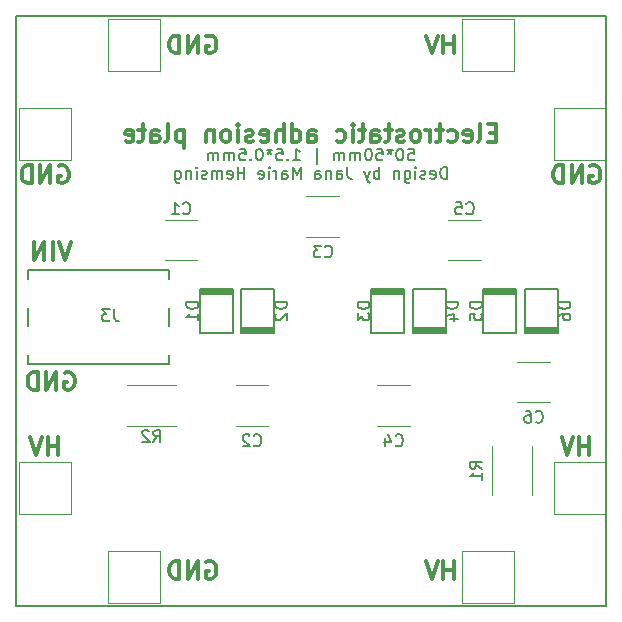
<source format=gbo>
G04 #@! TF.GenerationSoftware,KiCad,Pcbnew,6.0.0-d3dd2cf0fa~116~ubuntu20.04.1*
G04 #@! TF.CreationDate,2022-01-09T22:46:25+01:00*
G04 #@! TF.ProjectId,Statikplatte,53746174-696b-4706-9c61-7474652e6b69,rev?*
G04 #@! TF.SameCoordinates,Original*
G04 #@! TF.FileFunction,Legend,Bot*
G04 #@! TF.FilePolarity,Positive*
%FSLAX46Y46*%
G04 Gerber Fmt 4.6, Leading zero omitted, Abs format (unit mm)*
G04 Created by KiCad (PCBNEW 6.0.0-d3dd2cf0fa~116~ubuntu20.04.1) date 2022-01-09 22:46:25*
%MOMM*%
%LPD*%
G01*
G04 APERTURE LIST*
%ADD10C,0.150000*%
%ADD11C,0.300000*%
G04 #@! TA.AperFunction,Profile*
%ADD12C,0.150000*%
G04 #@! TD*
%ADD13C,0.120000*%
G04 APERTURE END LIST*
D10*
X158238095Y-86252380D02*
X158714285Y-86252380D01*
X158761904Y-86728571D01*
X158714285Y-86680952D01*
X158619047Y-86633333D01*
X158380952Y-86633333D01*
X158285714Y-86680952D01*
X158238095Y-86728571D01*
X158190476Y-86823809D01*
X158190476Y-87061904D01*
X158238095Y-87157142D01*
X158285714Y-87204761D01*
X158380952Y-87252380D01*
X158619047Y-87252380D01*
X158714285Y-87204761D01*
X158761904Y-87157142D01*
X157571428Y-86252380D02*
X157476190Y-86252380D01*
X157380952Y-86300000D01*
X157333333Y-86347619D01*
X157285714Y-86442857D01*
X157238095Y-86633333D01*
X157238095Y-86871428D01*
X157285714Y-87061904D01*
X157333333Y-87157142D01*
X157380952Y-87204761D01*
X157476190Y-87252380D01*
X157571428Y-87252380D01*
X157666666Y-87204761D01*
X157714285Y-87157142D01*
X157761904Y-87061904D01*
X157809523Y-86871428D01*
X157809523Y-86633333D01*
X157761904Y-86442857D01*
X157714285Y-86347619D01*
X157666666Y-86300000D01*
X157571428Y-86252380D01*
X156666666Y-86252380D02*
X156666666Y-86490476D01*
X156904761Y-86395238D02*
X156666666Y-86490476D01*
X156428571Y-86395238D01*
X156809523Y-86680952D02*
X156666666Y-86490476D01*
X156523809Y-86680952D01*
X155571428Y-86252380D02*
X156047619Y-86252380D01*
X156095238Y-86728571D01*
X156047619Y-86680952D01*
X155952380Y-86633333D01*
X155714285Y-86633333D01*
X155619047Y-86680952D01*
X155571428Y-86728571D01*
X155523809Y-86823809D01*
X155523809Y-87061904D01*
X155571428Y-87157142D01*
X155619047Y-87204761D01*
X155714285Y-87252380D01*
X155952380Y-87252380D01*
X156047619Y-87204761D01*
X156095238Y-87157142D01*
X154904761Y-86252380D02*
X154809523Y-86252380D01*
X154714285Y-86300000D01*
X154666666Y-86347619D01*
X154619047Y-86442857D01*
X154571428Y-86633333D01*
X154571428Y-86871428D01*
X154619047Y-87061904D01*
X154666666Y-87157142D01*
X154714285Y-87204761D01*
X154809523Y-87252380D01*
X154904761Y-87252380D01*
X155000000Y-87204761D01*
X155047619Y-87157142D01*
X155095238Y-87061904D01*
X155142857Y-86871428D01*
X155142857Y-86633333D01*
X155095238Y-86442857D01*
X155047619Y-86347619D01*
X155000000Y-86300000D01*
X154904761Y-86252380D01*
X154142857Y-87252380D02*
X154142857Y-86585714D01*
X154142857Y-86680952D02*
X154095238Y-86633333D01*
X154000000Y-86585714D01*
X153857142Y-86585714D01*
X153761904Y-86633333D01*
X153714285Y-86728571D01*
X153714285Y-87252380D01*
X153714285Y-86728571D02*
X153666666Y-86633333D01*
X153571428Y-86585714D01*
X153428571Y-86585714D01*
X153333333Y-86633333D01*
X153285714Y-86728571D01*
X153285714Y-87252380D01*
X152809523Y-87252380D02*
X152809523Y-86585714D01*
X152809523Y-86680952D02*
X152761904Y-86633333D01*
X152666666Y-86585714D01*
X152523809Y-86585714D01*
X152428571Y-86633333D01*
X152380952Y-86728571D01*
X152380952Y-87252380D01*
X152380952Y-86728571D02*
X152333333Y-86633333D01*
X152238095Y-86585714D01*
X152095238Y-86585714D01*
X152000000Y-86633333D01*
X151952380Y-86728571D01*
X151952380Y-87252380D01*
X150476190Y-87585714D02*
X150476190Y-86157142D01*
X148476190Y-87252380D02*
X149047619Y-87252380D01*
X148761904Y-87252380D02*
X148761904Y-86252380D01*
X148857142Y-86395238D01*
X148952380Y-86490476D01*
X149047619Y-86538095D01*
X148047619Y-87157142D02*
X148000000Y-87204761D01*
X148047619Y-87252380D01*
X148095238Y-87204761D01*
X148047619Y-87157142D01*
X148047619Y-87252380D01*
X147095238Y-86252380D02*
X147571428Y-86252380D01*
X147619047Y-86728571D01*
X147571428Y-86680952D01*
X147476190Y-86633333D01*
X147238095Y-86633333D01*
X147142857Y-86680952D01*
X147095238Y-86728571D01*
X147047619Y-86823809D01*
X147047619Y-87061904D01*
X147095238Y-87157142D01*
X147142857Y-87204761D01*
X147238095Y-87252380D01*
X147476190Y-87252380D01*
X147571428Y-87204761D01*
X147619047Y-87157142D01*
X146476190Y-86252380D02*
X146476190Y-86490476D01*
X146714285Y-86395238D02*
X146476190Y-86490476D01*
X146238095Y-86395238D01*
X146619047Y-86680952D02*
X146476190Y-86490476D01*
X146333333Y-86680952D01*
X145666666Y-86252380D02*
X145571428Y-86252380D01*
X145476190Y-86300000D01*
X145428571Y-86347619D01*
X145380952Y-86442857D01*
X145333333Y-86633333D01*
X145333333Y-86871428D01*
X145380952Y-87061904D01*
X145428571Y-87157142D01*
X145476190Y-87204761D01*
X145571428Y-87252380D01*
X145666666Y-87252380D01*
X145761904Y-87204761D01*
X145809523Y-87157142D01*
X145857142Y-87061904D01*
X145904761Y-86871428D01*
X145904761Y-86633333D01*
X145857142Y-86442857D01*
X145809523Y-86347619D01*
X145761904Y-86300000D01*
X145666666Y-86252380D01*
X144904761Y-87157142D02*
X144857142Y-87204761D01*
X144904761Y-87252380D01*
X144952380Y-87204761D01*
X144904761Y-87157142D01*
X144904761Y-87252380D01*
X143952380Y-86252380D02*
X144428571Y-86252380D01*
X144476190Y-86728571D01*
X144428571Y-86680952D01*
X144333333Y-86633333D01*
X144095238Y-86633333D01*
X144000000Y-86680952D01*
X143952380Y-86728571D01*
X143904761Y-86823809D01*
X143904761Y-87061904D01*
X143952380Y-87157142D01*
X144000000Y-87204761D01*
X144095238Y-87252380D01*
X144333333Y-87252380D01*
X144428571Y-87204761D01*
X144476190Y-87157142D01*
X143476190Y-87252380D02*
X143476190Y-86585714D01*
X143476190Y-86680952D02*
X143428571Y-86633333D01*
X143333333Y-86585714D01*
X143190476Y-86585714D01*
X143095238Y-86633333D01*
X143047619Y-86728571D01*
X143047619Y-87252380D01*
X143047619Y-86728571D02*
X143000000Y-86633333D01*
X142904761Y-86585714D01*
X142761904Y-86585714D01*
X142666666Y-86633333D01*
X142619047Y-86728571D01*
X142619047Y-87252380D01*
X142142857Y-87252380D02*
X142142857Y-86585714D01*
X142142857Y-86680952D02*
X142095238Y-86633333D01*
X142000000Y-86585714D01*
X141857142Y-86585714D01*
X141761904Y-86633333D01*
X141714285Y-86728571D01*
X141714285Y-87252380D01*
X141714285Y-86728571D02*
X141666666Y-86633333D01*
X141571428Y-86585714D01*
X141428571Y-86585714D01*
X141333333Y-86633333D01*
X141285714Y-86728571D01*
X141285714Y-87252380D01*
X161500000Y-88802380D02*
X161500000Y-87802380D01*
X161261904Y-87802380D01*
X161119047Y-87850000D01*
X161023809Y-87945238D01*
X160976190Y-88040476D01*
X160928571Y-88230952D01*
X160928571Y-88373809D01*
X160976190Y-88564285D01*
X161023809Y-88659523D01*
X161119047Y-88754761D01*
X161261904Y-88802380D01*
X161500000Y-88802380D01*
X160119047Y-88754761D02*
X160214285Y-88802380D01*
X160404761Y-88802380D01*
X160500000Y-88754761D01*
X160547619Y-88659523D01*
X160547619Y-88278571D01*
X160500000Y-88183333D01*
X160404761Y-88135714D01*
X160214285Y-88135714D01*
X160119047Y-88183333D01*
X160071428Y-88278571D01*
X160071428Y-88373809D01*
X160547619Y-88469047D01*
X159690476Y-88754761D02*
X159595238Y-88802380D01*
X159404761Y-88802380D01*
X159309523Y-88754761D01*
X159261904Y-88659523D01*
X159261904Y-88611904D01*
X159309523Y-88516666D01*
X159404761Y-88469047D01*
X159547619Y-88469047D01*
X159642857Y-88421428D01*
X159690476Y-88326190D01*
X159690476Y-88278571D01*
X159642857Y-88183333D01*
X159547619Y-88135714D01*
X159404761Y-88135714D01*
X159309523Y-88183333D01*
X158833333Y-88802380D02*
X158833333Y-88135714D01*
X158833333Y-87802380D02*
X158880952Y-87850000D01*
X158833333Y-87897619D01*
X158785714Y-87850000D01*
X158833333Y-87802380D01*
X158833333Y-87897619D01*
X157928571Y-88135714D02*
X157928571Y-88945238D01*
X157976190Y-89040476D01*
X158023809Y-89088095D01*
X158119047Y-89135714D01*
X158261904Y-89135714D01*
X158357142Y-89088095D01*
X157928571Y-88754761D02*
X158023809Y-88802380D01*
X158214285Y-88802380D01*
X158309523Y-88754761D01*
X158357142Y-88707142D01*
X158404761Y-88611904D01*
X158404761Y-88326190D01*
X158357142Y-88230952D01*
X158309523Y-88183333D01*
X158214285Y-88135714D01*
X158023809Y-88135714D01*
X157928571Y-88183333D01*
X157452380Y-88135714D02*
X157452380Y-88802380D01*
X157452380Y-88230952D02*
X157404761Y-88183333D01*
X157309523Y-88135714D01*
X157166666Y-88135714D01*
X157071428Y-88183333D01*
X157023809Y-88278571D01*
X157023809Y-88802380D01*
X155785714Y-88802380D02*
X155785714Y-87802380D01*
X155785714Y-88183333D02*
X155690476Y-88135714D01*
X155500000Y-88135714D01*
X155404761Y-88183333D01*
X155357142Y-88230952D01*
X155309523Y-88326190D01*
X155309523Y-88611904D01*
X155357142Y-88707142D01*
X155404761Y-88754761D01*
X155500000Y-88802380D01*
X155690476Y-88802380D01*
X155785714Y-88754761D01*
X154976190Y-88135714D02*
X154738095Y-88802380D01*
X154500000Y-88135714D02*
X154738095Y-88802380D01*
X154833333Y-89040476D01*
X154880952Y-89088095D01*
X154976190Y-89135714D01*
X153071428Y-87802380D02*
X153071428Y-88516666D01*
X153119047Y-88659523D01*
X153214285Y-88754761D01*
X153357142Y-88802380D01*
X153452380Y-88802380D01*
X152166666Y-88802380D02*
X152166666Y-88278571D01*
X152214285Y-88183333D01*
X152309523Y-88135714D01*
X152500000Y-88135714D01*
X152595238Y-88183333D01*
X152166666Y-88754761D02*
X152261904Y-88802380D01*
X152500000Y-88802380D01*
X152595238Y-88754761D01*
X152642857Y-88659523D01*
X152642857Y-88564285D01*
X152595238Y-88469047D01*
X152500000Y-88421428D01*
X152261904Y-88421428D01*
X152166666Y-88373809D01*
X151690476Y-88135714D02*
X151690476Y-88802380D01*
X151690476Y-88230952D02*
X151642857Y-88183333D01*
X151547619Y-88135714D01*
X151404761Y-88135714D01*
X151309523Y-88183333D01*
X151261904Y-88278571D01*
X151261904Y-88802380D01*
X150357142Y-88802380D02*
X150357142Y-88278571D01*
X150404761Y-88183333D01*
X150500000Y-88135714D01*
X150690476Y-88135714D01*
X150785714Y-88183333D01*
X150357142Y-88754761D02*
X150452380Y-88802380D01*
X150690476Y-88802380D01*
X150785714Y-88754761D01*
X150833333Y-88659523D01*
X150833333Y-88564285D01*
X150785714Y-88469047D01*
X150690476Y-88421428D01*
X150452380Y-88421428D01*
X150357142Y-88373809D01*
X149119047Y-88802380D02*
X149119047Y-87802380D01*
X148785714Y-88516666D01*
X148452380Y-87802380D01*
X148452380Y-88802380D01*
X147547619Y-88802380D02*
X147547619Y-88278571D01*
X147595238Y-88183333D01*
X147690476Y-88135714D01*
X147880952Y-88135714D01*
X147976190Y-88183333D01*
X147547619Y-88754761D02*
X147642857Y-88802380D01*
X147880952Y-88802380D01*
X147976190Y-88754761D01*
X148023809Y-88659523D01*
X148023809Y-88564285D01*
X147976190Y-88469047D01*
X147880952Y-88421428D01*
X147642857Y-88421428D01*
X147547619Y-88373809D01*
X147071428Y-88802380D02*
X147071428Y-88135714D01*
X147071428Y-88326190D02*
X147023809Y-88230952D01*
X146976190Y-88183333D01*
X146880952Y-88135714D01*
X146785714Y-88135714D01*
X146452380Y-88802380D02*
X146452380Y-88135714D01*
X146452380Y-87802380D02*
X146500000Y-87850000D01*
X146452380Y-87897619D01*
X146404761Y-87850000D01*
X146452380Y-87802380D01*
X146452380Y-87897619D01*
X145595238Y-88754761D02*
X145690476Y-88802380D01*
X145880952Y-88802380D01*
X145976190Y-88754761D01*
X146023809Y-88659523D01*
X146023809Y-88278571D01*
X145976190Y-88183333D01*
X145880952Y-88135714D01*
X145690476Y-88135714D01*
X145595238Y-88183333D01*
X145547619Y-88278571D01*
X145547619Y-88373809D01*
X146023809Y-88469047D01*
X144357142Y-88802380D02*
X144357142Y-87802380D01*
X144357142Y-88278571D02*
X143785714Y-88278571D01*
X143785714Y-88802380D02*
X143785714Y-87802380D01*
X142928571Y-88754761D02*
X143023809Y-88802380D01*
X143214285Y-88802380D01*
X143309523Y-88754761D01*
X143357142Y-88659523D01*
X143357142Y-88278571D01*
X143309523Y-88183333D01*
X143214285Y-88135714D01*
X143023809Y-88135714D01*
X142928571Y-88183333D01*
X142880952Y-88278571D01*
X142880952Y-88373809D01*
X143357142Y-88469047D01*
X142452380Y-88802380D02*
X142452380Y-88135714D01*
X142452380Y-88230952D02*
X142404761Y-88183333D01*
X142309523Y-88135714D01*
X142166666Y-88135714D01*
X142071428Y-88183333D01*
X142023809Y-88278571D01*
X142023809Y-88802380D01*
X142023809Y-88278571D02*
X141976190Y-88183333D01*
X141880952Y-88135714D01*
X141738095Y-88135714D01*
X141642857Y-88183333D01*
X141595238Y-88278571D01*
X141595238Y-88802380D01*
X141166666Y-88754761D02*
X141071428Y-88802380D01*
X140880952Y-88802380D01*
X140785714Y-88754761D01*
X140738095Y-88659523D01*
X140738095Y-88611904D01*
X140785714Y-88516666D01*
X140880952Y-88469047D01*
X141023809Y-88469047D01*
X141119047Y-88421428D01*
X141166666Y-88326190D01*
X141166666Y-88278571D01*
X141119047Y-88183333D01*
X141023809Y-88135714D01*
X140880952Y-88135714D01*
X140785714Y-88183333D01*
X140309523Y-88802380D02*
X140309523Y-88135714D01*
X140309523Y-87802380D02*
X140357142Y-87850000D01*
X140309523Y-87897619D01*
X140261904Y-87850000D01*
X140309523Y-87802380D01*
X140309523Y-87897619D01*
X139833333Y-88135714D02*
X139833333Y-88802380D01*
X139833333Y-88230952D02*
X139785714Y-88183333D01*
X139690476Y-88135714D01*
X139547619Y-88135714D01*
X139452380Y-88183333D01*
X139404761Y-88278571D01*
X139404761Y-88802380D01*
X138500000Y-88135714D02*
X138500000Y-88945238D01*
X138547619Y-89040476D01*
X138595238Y-89088095D01*
X138690476Y-89135714D01*
X138833333Y-89135714D01*
X138928571Y-89088095D01*
X138500000Y-88754761D02*
X138595238Y-88802380D01*
X138785714Y-88802380D01*
X138880952Y-88754761D01*
X138928571Y-88707142D01*
X138976190Y-88611904D01*
X138976190Y-88326190D01*
X138928571Y-88230952D01*
X138880952Y-88183333D01*
X138785714Y-88135714D01*
X138595238Y-88135714D01*
X138500000Y-88183333D01*
D11*
X173642857Y-87750000D02*
X173785714Y-87678571D01*
X174000000Y-87678571D01*
X174214285Y-87750000D01*
X174357142Y-87892857D01*
X174428571Y-88035714D01*
X174500000Y-88321428D01*
X174500000Y-88535714D01*
X174428571Y-88821428D01*
X174357142Y-88964285D01*
X174214285Y-89107142D01*
X174000000Y-89178571D01*
X173857142Y-89178571D01*
X173642857Y-89107142D01*
X173571428Y-89035714D01*
X173571428Y-88535714D01*
X173857142Y-88535714D01*
X172928571Y-89178571D02*
X172928571Y-87678571D01*
X172071428Y-89178571D01*
X172071428Y-87678571D01*
X171357142Y-89178571D02*
X171357142Y-87678571D01*
X171000000Y-87678571D01*
X170785714Y-87750000D01*
X170642857Y-87892857D01*
X170571428Y-88035714D01*
X170500000Y-88321428D01*
X170500000Y-88535714D01*
X170571428Y-88821428D01*
X170642857Y-88964285D01*
X170785714Y-89107142D01*
X171000000Y-89178571D01*
X171357142Y-89178571D01*
X128642857Y-87750000D02*
X128785714Y-87678571D01*
X129000000Y-87678571D01*
X129214285Y-87750000D01*
X129357142Y-87892857D01*
X129428571Y-88035714D01*
X129500000Y-88321428D01*
X129500000Y-88535714D01*
X129428571Y-88821428D01*
X129357142Y-88964285D01*
X129214285Y-89107142D01*
X129000000Y-89178571D01*
X128857142Y-89178571D01*
X128642857Y-89107142D01*
X128571428Y-89035714D01*
X128571428Y-88535714D01*
X128857142Y-88535714D01*
X127928571Y-89178571D02*
X127928571Y-87678571D01*
X127071428Y-89178571D01*
X127071428Y-87678571D01*
X126357142Y-89178571D02*
X126357142Y-87678571D01*
X126000000Y-87678571D01*
X125785714Y-87750000D01*
X125642857Y-87892857D01*
X125571428Y-88035714D01*
X125500000Y-88321428D01*
X125500000Y-88535714D01*
X125571428Y-88821428D01*
X125642857Y-88964285D01*
X125785714Y-89107142D01*
X126000000Y-89178571D01*
X126357142Y-89178571D01*
X141142857Y-121250000D02*
X141285714Y-121178571D01*
X141500000Y-121178571D01*
X141714285Y-121250000D01*
X141857142Y-121392857D01*
X141928571Y-121535714D01*
X142000000Y-121821428D01*
X142000000Y-122035714D01*
X141928571Y-122321428D01*
X141857142Y-122464285D01*
X141714285Y-122607142D01*
X141500000Y-122678571D01*
X141357142Y-122678571D01*
X141142857Y-122607142D01*
X141071428Y-122535714D01*
X141071428Y-122035714D01*
X141357142Y-122035714D01*
X140428571Y-122678571D02*
X140428571Y-121178571D01*
X139571428Y-122678571D01*
X139571428Y-121178571D01*
X138857142Y-122678571D02*
X138857142Y-121178571D01*
X138500000Y-121178571D01*
X138285714Y-121250000D01*
X138142857Y-121392857D01*
X138071428Y-121535714D01*
X138000000Y-121821428D01*
X138000000Y-122035714D01*
X138071428Y-122321428D01*
X138142857Y-122464285D01*
X138285714Y-122607142D01*
X138500000Y-122678571D01*
X138857142Y-122678571D01*
X141142857Y-76750000D02*
X141285714Y-76678571D01*
X141500000Y-76678571D01*
X141714285Y-76750000D01*
X141857142Y-76892857D01*
X141928571Y-77035714D01*
X142000000Y-77321428D01*
X142000000Y-77535714D01*
X141928571Y-77821428D01*
X141857142Y-77964285D01*
X141714285Y-78107142D01*
X141500000Y-78178571D01*
X141357142Y-78178571D01*
X141142857Y-78107142D01*
X141071428Y-78035714D01*
X141071428Y-77535714D01*
X141357142Y-77535714D01*
X140428571Y-78178571D02*
X140428571Y-76678571D01*
X139571428Y-78178571D01*
X139571428Y-76678571D01*
X138857142Y-78178571D02*
X138857142Y-76678571D01*
X138500000Y-76678571D01*
X138285714Y-76750000D01*
X138142857Y-76892857D01*
X138071428Y-77035714D01*
X138000000Y-77321428D01*
X138000000Y-77535714D01*
X138071428Y-77821428D01*
X138142857Y-77964285D01*
X138285714Y-78107142D01*
X138500000Y-78178571D01*
X138857142Y-78178571D01*
X162071428Y-78178571D02*
X162071428Y-76678571D01*
X162071428Y-77392857D02*
X161214285Y-77392857D01*
X161214285Y-78178571D02*
X161214285Y-76678571D01*
X160714285Y-76678571D02*
X160214285Y-78178571D01*
X159714285Y-76678571D01*
X162071428Y-122678571D02*
X162071428Y-121178571D01*
X162071428Y-121892857D02*
X161214285Y-121892857D01*
X161214285Y-122678571D02*
X161214285Y-121178571D01*
X160714285Y-121178571D02*
X160214285Y-122678571D01*
X159714285Y-121178571D01*
X173571428Y-112178571D02*
X173571428Y-110678571D01*
X173571428Y-111392857D02*
X172714285Y-111392857D01*
X172714285Y-112178571D02*
X172714285Y-110678571D01*
X172214285Y-110678571D02*
X171714285Y-112178571D01*
X171214285Y-110678571D01*
X128571428Y-112178571D02*
X128571428Y-110678571D01*
X128571428Y-111392857D02*
X127714285Y-111392857D01*
X127714285Y-112178571D02*
X127714285Y-110678571D01*
X127214285Y-110678571D02*
X126714285Y-112178571D01*
X126214285Y-110678571D01*
X165678571Y-84892857D02*
X165178571Y-84892857D01*
X164964285Y-85678571D02*
X165678571Y-85678571D01*
X165678571Y-84178571D01*
X164964285Y-84178571D01*
X164107142Y-85678571D02*
X164250000Y-85607142D01*
X164321428Y-85464285D01*
X164321428Y-84178571D01*
X162964285Y-85607142D02*
X163107142Y-85678571D01*
X163392857Y-85678571D01*
X163535714Y-85607142D01*
X163607142Y-85464285D01*
X163607142Y-84892857D01*
X163535714Y-84750000D01*
X163392857Y-84678571D01*
X163107142Y-84678571D01*
X162964285Y-84750000D01*
X162892857Y-84892857D01*
X162892857Y-85035714D01*
X163607142Y-85178571D01*
X161607142Y-85607142D02*
X161750000Y-85678571D01*
X162035714Y-85678571D01*
X162178571Y-85607142D01*
X162250000Y-85535714D01*
X162321428Y-85392857D01*
X162321428Y-84964285D01*
X162250000Y-84821428D01*
X162178571Y-84750000D01*
X162035714Y-84678571D01*
X161750000Y-84678571D01*
X161607142Y-84750000D01*
X161178571Y-84678571D02*
X160607142Y-84678571D01*
X160964285Y-84178571D02*
X160964285Y-85464285D01*
X160892857Y-85607142D01*
X160750000Y-85678571D01*
X160607142Y-85678571D01*
X160107142Y-85678571D02*
X160107142Y-84678571D01*
X160107142Y-84964285D02*
X160035714Y-84821428D01*
X159964285Y-84750000D01*
X159821428Y-84678571D01*
X159678571Y-84678571D01*
X158964285Y-85678571D02*
X159107142Y-85607142D01*
X159178571Y-85535714D01*
X159250000Y-85392857D01*
X159250000Y-84964285D01*
X159178571Y-84821428D01*
X159107142Y-84750000D01*
X158964285Y-84678571D01*
X158750000Y-84678571D01*
X158607142Y-84750000D01*
X158535714Y-84821428D01*
X158464285Y-84964285D01*
X158464285Y-85392857D01*
X158535714Y-85535714D01*
X158607142Y-85607142D01*
X158750000Y-85678571D01*
X158964285Y-85678571D01*
X157892857Y-85607142D02*
X157750000Y-85678571D01*
X157464285Y-85678571D01*
X157321428Y-85607142D01*
X157250000Y-85464285D01*
X157250000Y-85392857D01*
X157321428Y-85250000D01*
X157464285Y-85178571D01*
X157678571Y-85178571D01*
X157821428Y-85107142D01*
X157892857Y-84964285D01*
X157892857Y-84892857D01*
X157821428Y-84750000D01*
X157678571Y-84678571D01*
X157464285Y-84678571D01*
X157321428Y-84750000D01*
X156821428Y-84678571D02*
X156250000Y-84678571D01*
X156607142Y-84178571D02*
X156607142Y-85464285D01*
X156535714Y-85607142D01*
X156392857Y-85678571D01*
X156250000Y-85678571D01*
X155107142Y-85678571D02*
X155107142Y-84892857D01*
X155178571Y-84750000D01*
X155321428Y-84678571D01*
X155607142Y-84678571D01*
X155750000Y-84750000D01*
X155107142Y-85607142D02*
X155250000Y-85678571D01*
X155607142Y-85678571D01*
X155750000Y-85607142D01*
X155821428Y-85464285D01*
X155821428Y-85321428D01*
X155750000Y-85178571D01*
X155607142Y-85107142D01*
X155250000Y-85107142D01*
X155107142Y-85035714D01*
X154607142Y-84678571D02*
X154035714Y-84678571D01*
X154392857Y-84178571D02*
X154392857Y-85464285D01*
X154321428Y-85607142D01*
X154178571Y-85678571D01*
X154035714Y-85678571D01*
X153535714Y-85678571D02*
X153535714Y-84678571D01*
X153535714Y-84178571D02*
X153607142Y-84250000D01*
X153535714Y-84321428D01*
X153464285Y-84250000D01*
X153535714Y-84178571D01*
X153535714Y-84321428D01*
X152178571Y-85607142D02*
X152321428Y-85678571D01*
X152607142Y-85678571D01*
X152750000Y-85607142D01*
X152821428Y-85535714D01*
X152892857Y-85392857D01*
X152892857Y-84964285D01*
X152821428Y-84821428D01*
X152750000Y-84750000D01*
X152607142Y-84678571D01*
X152321428Y-84678571D01*
X152178571Y-84750000D01*
X149750000Y-85678571D02*
X149750000Y-84892857D01*
X149821428Y-84750000D01*
X149964285Y-84678571D01*
X150250000Y-84678571D01*
X150392857Y-84750000D01*
X149750000Y-85607142D02*
X149892857Y-85678571D01*
X150250000Y-85678571D01*
X150392857Y-85607142D01*
X150464285Y-85464285D01*
X150464285Y-85321428D01*
X150392857Y-85178571D01*
X150250000Y-85107142D01*
X149892857Y-85107142D01*
X149750000Y-85035714D01*
X148392857Y-85678571D02*
X148392857Y-84178571D01*
X148392857Y-85607142D02*
X148535714Y-85678571D01*
X148821428Y-85678571D01*
X148964285Y-85607142D01*
X149035714Y-85535714D01*
X149107142Y-85392857D01*
X149107142Y-84964285D01*
X149035714Y-84821428D01*
X148964285Y-84750000D01*
X148821428Y-84678571D01*
X148535714Y-84678571D01*
X148392857Y-84750000D01*
X147678571Y-85678571D02*
X147678571Y-84178571D01*
X147035714Y-85678571D02*
X147035714Y-84892857D01*
X147107142Y-84750000D01*
X147250000Y-84678571D01*
X147464285Y-84678571D01*
X147607142Y-84750000D01*
X147678571Y-84821428D01*
X145750000Y-85607142D02*
X145892857Y-85678571D01*
X146178571Y-85678571D01*
X146321428Y-85607142D01*
X146392857Y-85464285D01*
X146392857Y-84892857D01*
X146321428Y-84750000D01*
X146178571Y-84678571D01*
X145892857Y-84678571D01*
X145750000Y-84750000D01*
X145678571Y-84892857D01*
X145678571Y-85035714D01*
X146392857Y-85178571D01*
X145107142Y-85607142D02*
X144964285Y-85678571D01*
X144678571Y-85678571D01*
X144535714Y-85607142D01*
X144464285Y-85464285D01*
X144464285Y-85392857D01*
X144535714Y-85250000D01*
X144678571Y-85178571D01*
X144892857Y-85178571D01*
X145035714Y-85107142D01*
X145107142Y-84964285D01*
X145107142Y-84892857D01*
X145035714Y-84750000D01*
X144892857Y-84678571D01*
X144678571Y-84678571D01*
X144535714Y-84750000D01*
X143821428Y-85678571D02*
X143821428Y-84678571D01*
X143821428Y-84178571D02*
X143892857Y-84250000D01*
X143821428Y-84321428D01*
X143750000Y-84250000D01*
X143821428Y-84178571D01*
X143821428Y-84321428D01*
X142892857Y-85678571D02*
X143035714Y-85607142D01*
X143107142Y-85535714D01*
X143178571Y-85392857D01*
X143178571Y-84964285D01*
X143107142Y-84821428D01*
X143035714Y-84750000D01*
X142892857Y-84678571D01*
X142678571Y-84678571D01*
X142535714Y-84750000D01*
X142464285Y-84821428D01*
X142392857Y-84964285D01*
X142392857Y-85392857D01*
X142464285Y-85535714D01*
X142535714Y-85607142D01*
X142678571Y-85678571D01*
X142892857Y-85678571D01*
X141750000Y-84678571D02*
X141750000Y-85678571D01*
X141750000Y-84821428D02*
X141678571Y-84750000D01*
X141535714Y-84678571D01*
X141321428Y-84678571D01*
X141178571Y-84750000D01*
X141107142Y-84892857D01*
X141107142Y-85678571D01*
X139250000Y-84678571D02*
X139250000Y-86178571D01*
X139250000Y-84750000D02*
X139107142Y-84678571D01*
X138821428Y-84678571D01*
X138678571Y-84750000D01*
X138607142Y-84821428D01*
X138535714Y-84964285D01*
X138535714Y-85392857D01*
X138607142Y-85535714D01*
X138678571Y-85607142D01*
X138821428Y-85678571D01*
X139107142Y-85678571D01*
X139250000Y-85607142D01*
X137678571Y-85678571D02*
X137821428Y-85607142D01*
X137892857Y-85464285D01*
X137892857Y-84178571D01*
X136464285Y-85678571D02*
X136464285Y-84892857D01*
X136535714Y-84750000D01*
X136678571Y-84678571D01*
X136964285Y-84678571D01*
X137107142Y-84750000D01*
X136464285Y-85607142D02*
X136607142Y-85678571D01*
X136964285Y-85678571D01*
X137107142Y-85607142D01*
X137178571Y-85464285D01*
X137178571Y-85321428D01*
X137107142Y-85178571D01*
X136964285Y-85107142D01*
X136607142Y-85107142D01*
X136464285Y-85035714D01*
X135964285Y-84678571D02*
X135392857Y-84678571D01*
X135750000Y-84178571D02*
X135750000Y-85464285D01*
X135678571Y-85607142D01*
X135535714Y-85678571D01*
X135392857Y-85678571D01*
X134321428Y-85607142D02*
X134464285Y-85678571D01*
X134750000Y-85678571D01*
X134892857Y-85607142D01*
X134964285Y-85464285D01*
X134964285Y-84892857D01*
X134892857Y-84750000D01*
X134750000Y-84678571D01*
X134464285Y-84678571D01*
X134321428Y-84750000D01*
X134250000Y-84892857D01*
X134250000Y-85035714D01*
X134964285Y-85178571D01*
X129642857Y-94178571D02*
X129142857Y-95678571D01*
X128642857Y-94178571D01*
X128142857Y-95678571D02*
X128142857Y-94178571D01*
X127428571Y-95678571D02*
X127428571Y-94178571D01*
X126571428Y-95678571D01*
X126571428Y-94178571D01*
X129142857Y-105250000D02*
X129285714Y-105178571D01*
X129500000Y-105178571D01*
X129714285Y-105250000D01*
X129857142Y-105392857D01*
X129928571Y-105535714D01*
X130000000Y-105821428D01*
X130000000Y-106035714D01*
X129928571Y-106321428D01*
X129857142Y-106464285D01*
X129714285Y-106607142D01*
X129500000Y-106678571D01*
X129357142Y-106678571D01*
X129142857Y-106607142D01*
X129071428Y-106535714D01*
X129071428Y-106035714D01*
X129357142Y-106035714D01*
X128428571Y-106678571D02*
X128428571Y-105178571D01*
X127571428Y-106678571D01*
X127571428Y-105178571D01*
X126857142Y-106678571D02*
X126857142Y-105178571D01*
X126500000Y-105178571D01*
X126285714Y-105250000D01*
X126142857Y-105392857D01*
X126071428Y-105535714D01*
X126000000Y-105821428D01*
X126000000Y-106035714D01*
X126071428Y-106321428D01*
X126142857Y-106464285D01*
X126285714Y-106607142D01*
X126500000Y-106678571D01*
X126857142Y-106678571D01*
D12*
X125000000Y-75000000D02*
X175000000Y-75000000D01*
X175000000Y-75000000D02*
X175000000Y-125000000D01*
X125000000Y-125000000D02*
X175000000Y-125000000D01*
X125000000Y-75000000D02*
X125000000Y-125000000D01*
D10*
X164452380Y-113333333D02*
X163976190Y-113000000D01*
X164452380Y-112761904D02*
X163452380Y-112761904D01*
X163452380Y-113142857D01*
X163500000Y-113238095D01*
X163547619Y-113285714D01*
X163642857Y-113333333D01*
X163785714Y-113333333D01*
X163880952Y-113285714D01*
X163928571Y-113238095D01*
X163976190Y-113142857D01*
X163976190Y-112761904D01*
X164452380Y-114285714D02*
X164452380Y-113714285D01*
X164452380Y-114000000D02*
X163452380Y-114000000D01*
X163595238Y-113904761D01*
X163690476Y-113809523D01*
X163738095Y-113714285D01*
X136666666Y-111072380D02*
X137000000Y-110596190D01*
X137238095Y-111072380D02*
X137238095Y-110072380D01*
X136857142Y-110072380D01*
X136761904Y-110120000D01*
X136714285Y-110167619D01*
X136666666Y-110262857D01*
X136666666Y-110405714D01*
X136714285Y-110500952D01*
X136761904Y-110548571D01*
X136857142Y-110596190D01*
X137238095Y-110596190D01*
X136285714Y-110167619D02*
X136238095Y-110120000D01*
X136142857Y-110072380D01*
X135904761Y-110072380D01*
X135809523Y-110120000D01*
X135761904Y-110167619D01*
X135714285Y-110262857D01*
X135714285Y-110358095D01*
X135761904Y-110500952D01*
X136333333Y-111072380D01*
X135714285Y-111072380D01*
X133333333Y-99852380D02*
X133333333Y-100566666D01*
X133380952Y-100709523D01*
X133476190Y-100804761D01*
X133619047Y-100852380D01*
X133714285Y-100852380D01*
X132952380Y-99852380D02*
X132333333Y-99852380D01*
X132666666Y-100233333D01*
X132523809Y-100233333D01*
X132428571Y-100280952D01*
X132380952Y-100328571D01*
X132333333Y-100423809D01*
X132333333Y-100661904D01*
X132380952Y-100757142D01*
X132428571Y-100804761D01*
X132523809Y-100852380D01*
X132809523Y-100852380D01*
X132904761Y-100804761D01*
X132952380Y-100757142D01*
X145166666Y-111357142D02*
X145214285Y-111404761D01*
X145357142Y-111452380D01*
X145452380Y-111452380D01*
X145595238Y-111404761D01*
X145690476Y-111309523D01*
X145738095Y-111214285D01*
X145785714Y-111023809D01*
X145785714Y-110880952D01*
X145738095Y-110690476D01*
X145690476Y-110595238D01*
X145595238Y-110500000D01*
X145452380Y-110452380D01*
X145357142Y-110452380D01*
X145214285Y-110500000D01*
X145166666Y-110547619D01*
X144785714Y-110547619D02*
X144738095Y-110500000D01*
X144642857Y-110452380D01*
X144404761Y-110452380D01*
X144309523Y-110500000D01*
X144261904Y-110547619D01*
X144214285Y-110642857D01*
X144214285Y-110738095D01*
X144261904Y-110880952D01*
X144833333Y-111452380D01*
X144214285Y-111452380D01*
X151166666Y-95357142D02*
X151214285Y-95404761D01*
X151357142Y-95452380D01*
X151452380Y-95452380D01*
X151595238Y-95404761D01*
X151690476Y-95309523D01*
X151738095Y-95214285D01*
X151785714Y-95023809D01*
X151785714Y-94880952D01*
X151738095Y-94690476D01*
X151690476Y-94595238D01*
X151595238Y-94500000D01*
X151452380Y-94452380D01*
X151357142Y-94452380D01*
X151214285Y-94500000D01*
X151166666Y-94547619D01*
X150833333Y-94452380D02*
X150214285Y-94452380D01*
X150547619Y-94833333D01*
X150404761Y-94833333D01*
X150309523Y-94880952D01*
X150261904Y-94928571D01*
X150214285Y-95023809D01*
X150214285Y-95261904D01*
X150261904Y-95357142D01*
X150309523Y-95404761D01*
X150404761Y-95452380D01*
X150690476Y-95452380D01*
X150785714Y-95404761D01*
X150833333Y-95357142D01*
X157166666Y-111357142D02*
X157214285Y-111404761D01*
X157357142Y-111452380D01*
X157452380Y-111452380D01*
X157595238Y-111404761D01*
X157690476Y-111309523D01*
X157738095Y-111214285D01*
X157785714Y-111023809D01*
X157785714Y-110880952D01*
X157738095Y-110690476D01*
X157690476Y-110595238D01*
X157595238Y-110500000D01*
X157452380Y-110452380D01*
X157357142Y-110452380D01*
X157214285Y-110500000D01*
X157166666Y-110547619D01*
X156309523Y-110785714D02*
X156309523Y-111452380D01*
X156547619Y-110404761D02*
X156785714Y-111119047D01*
X156166666Y-111119047D01*
X163166666Y-91707142D02*
X163214285Y-91754761D01*
X163357142Y-91802380D01*
X163452380Y-91802380D01*
X163595238Y-91754761D01*
X163690476Y-91659523D01*
X163738095Y-91564285D01*
X163785714Y-91373809D01*
X163785714Y-91230952D01*
X163738095Y-91040476D01*
X163690476Y-90945238D01*
X163595238Y-90850000D01*
X163452380Y-90802380D01*
X163357142Y-90802380D01*
X163214285Y-90850000D01*
X163166666Y-90897619D01*
X162261904Y-90802380D02*
X162738095Y-90802380D01*
X162785714Y-91278571D01*
X162738095Y-91230952D01*
X162642857Y-91183333D01*
X162404761Y-91183333D01*
X162309523Y-91230952D01*
X162261904Y-91278571D01*
X162214285Y-91373809D01*
X162214285Y-91611904D01*
X162261904Y-91707142D01*
X162309523Y-91754761D01*
X162404761Y-91802380D01*
X162642857Y-91802380D01*
X162738095Y-91754761D01*
X162785714Y-91707142D01*
X169029166Y-109357142D02*
X169076785Y-109404761D01*
X169219642Y-109452380D01*
X169314880Y-109452380D01*
X169457738Y-109404761D01*
X169552976Y-109309523D01*
X169600595Y-109214285D01*
X169648214Y-109023809D01*
X169648214Y-108880952D01*
X169600595Y-108690476D01*
X169552976Y-108595238D01*
X169457738Y-108500000D01*
X169314880Y-108452380D01*
X169219642Y-108452380D01*
X169076785Y-108500000D01*
X169029166Y-108547619D01*
X168172023Y-108452380D02*
X168362500Y-108452380D01*
X168457738Y-108500000D01*
X168505357Y-108547619D01*
X168600595Y-108690476D01*
X168648214Y-108880952D01*
X168648214Y-109261904D01*
X168600595Y-109357142D01*
X168552976Y-109404761D01*
X168457738Y-109452380D01*
X168267261Y-109452380D01*
X168172023Y-109404761D01*
X168124404Y-109357142D01*
X168076785Y-109261904D01*
X168076785Y-109023809D01*
X168124404Y-108928571D01*
X168172023Y-108880952D01*
X168267261Y-108833333D01*
X168457738Y-108833333D01*
X168552976Y-108880952D01*
X168600595Y-108928571D01*
X168648214Y-109023809D01*
X147952380Y-99261905D02*
X146952380Y-99261905D01*
X146952380Y-99500001D01*
X147000000Y-99642858D01*
X147095238Y-99738096D01*
X147190476Y-99785715D01*
X147380952Y-99833334D01*
X147523809Y-99833334D01*
X147714285Y-99785715D01*
X147809523Y-99738096D01*
X147904761Y-99642858D01*
X147952380Y-99500001D01*
X147952380Y-99261905D01*
X147047619Y-100214286D02*
X147000000Y-100261905D01*
X146952380Y-100357143D01*
X146952380Y-100595239D01*
X147000000Y-100690477D01*
X147047619Y-100738096D01*
X147142857Y-100785715D01*
X147238095Y-100785715D01*
X147380952Y-100738096D01*
X147952380Y-100166667D01*
X147952380Y-100785715D01*
X154952380Y-99261904D02*
X153952380Y-99261904D01*
X153952380Y-99500000D01*
X154000000Y-99642857D01*
X154095238Y-99738095D01*
X154190476Y-99785714D01*
X154380952Y-99833333D01*
X154523809Y-99833333D01*
X154714285Y-99785714D01*
X154809523Y-99738095D01*
X154904761Y-99642857D01*
X154952380Y-99500000D01*
X154952380Y-99261904D01*
X153952380Y-100166666D02*
X153952380Y-100785714D01*
X154333333Y-100452380D01*
X154333333Y-100595238D01*
X154380952Y-100690476D01*
X154428571Y-100738095D01*
X154523809Y-100785714D01*
X154761904Y-100785714D01*
X154857142Y-100738095D01*
X154904761Y-100690476D01*
X154952380Y-100595238D01*
X154952380Y-100309523D01*
X154904761Y-100214285D01*
X154857142Y-100166666D01*
X162452380Y-99261904D02*
X161452380Y-99261904D01*
X161452380Y-99500000D01*
X161500000Y-99642857D01*
X161595238Y-99738095D01*
X161690476Y-99785714D01*
X161880952Y-99833333D01*
X162023809Y-99833333D01*
X162214285Y-99785714D01*
X162309523Y-99738095D01*
X162404761Y-99642857D01*
X162452380Y-99500000D01*
X162452380Y-99261904D01*
X161785714Y-100690476D02*
X162452380Y-100690476D01*
X161404761Y-100452380D02*
X162119047Y-100214285D01*
X162119047Y-100833333D01*
X164452380Y-99261904D02*
X163452380Y-99261904D01*
X163452380Y-99500000D01*
X163500000Y-99642857D01*
X163595238Y-99738095D01*
X163690476Y-99785714D01*
X163880952Y-99833333D01*
X164023809Y-99833333D01*
X164214285Y-99785714D01*
X164309523Y-99738095D01*
X164404761Y-99642857D01*
X164452380Y-99500000D01*
X164452380Y-99261904D01*
X163452380Y-100738095D02*
X163452380Y-100261904D01*
X163928571Y-100214285D01*
X163880952Y-100261904D01*
X163833333Y-100357142D01*
X163833333Y-100595238D01*
X163880952Y-100690476D01*
X163928571Y-100738095D01*
X164023809Y-100785714D01*
X164261904Y-100785714D01*
X164357142Y-100738095D01*
X164404761Y-100690476D01*
X164452380Y-100595238D01*
X164452380Y-100357142D01*
X164404761Y-100261904D01*
X164357142Y-100214285D01*
X171952380Y-99261905D02*
X170952380Y-99261905D01*
X170952380Y-99500001D01*
X171000000Y-99642858D01*
X171095238Y-99738096D01*
X171190476Y-99785715D01*
X171380952Y-99833334D01*
X171523809Y-99833334D01*
X171714285Y-99785715D01*
X171809523Y-99738096D01*
X171904761Y-99642858D01*
X171952380Y-99500001D01*
X171952380Y-99261905D01*
X170952380Y-100690477D02*
X170952380Y-100500001D01*
X171000000Y-100404762D01*
X171047619Y-100357143D01*
X171190476Y-100261905D01*
X171380952Y-100214286D01*
X171761904Y-100214286D01*
X171857142Y-100261905D01*
X171904761Y-100309524D01*
X171952380Y-100404762D01*
X171952380Y-100595239D01*
X171904761Y-100690477D01*
X171857142Y-100738096D01*
X171761904Y-100785715D01*
X171523809Y-100785715D01*
X171428571Y-100738096D01*
X171380952Y-100690477D01*
X171333333Y-100595239D01*
X171333333Y-100404762D01*
X171380952Y-100309524D01*
X171428571Y-100261905D01*
X171523809Y-100214286D01*
X139166666Y-91707142D02*
X139214285Y-91754761D01*
X139357142Y-91802380D01*
X139452380Y-91802380D01*
X139595238Y-91754761D01*
X139690476Y-91659523D01*
X139738095Y-91564285D01*
X139785714Y-91373809D01*
X139785714Y-91230952D01*
X139738095Y-91040476D01*
X139690476Y-90945238D01*
X139595238Y-90850000D01*
X139452380Y-90802380D01*
X139357142Y-90802380D01*
X139214285Y-90850000D01*
X139166666Y-90897619D01*
X138214285Y-91802380D02*
X138785714Y-91802380D01*
X138500000Y-91802380D02*
X138500000Y-90802380D01*
X138595238Y-90945238D01*
X138690476Y-91040476D01*
X138785714Y-91088095D01*
X140452380Y-99261904D02*
X139452380Y-99261904D01*
X139452380Y-99500000D01*
X139500000Y-99642857D01*
X139595238Y-99738095D01*
X139690476Y-99785714D01*
X139880952Y-99833333D01*
X140023809Y-99833333D01*
X140214285Y-99785714D01*
X140309523Y-99738095D01*
X140404761Y-99642857D01*
X140452380Y-99500000D01*
X140452380Y-99261904D01*
X140452380Y-100785714D02*
X140452380Y-100214285D01*
X140452380Y-100500000D02*
X139452380Y-100500000D01*
X139595238Y-100404761D01*
X139690476Y-100309523D01*
X139738095Y-100214285D01*
D13*
X137200000Y-120300000D02*
X132800000Y-120300000D01*
X137200000Y-124700000D02*
X137200000Y-120300000D01*
X132800000Y-124700000D02*
X137200000Y-124700000D01*
X132800000Y-120300000D02*
X132800000Y-124700000D01*
X167200000Y-120300000D02*
X162800000Y-120300000D01*
X167200000Y-124700000D02*
X167200000Y-120300000D01*
X162800000Y-124700000D02*
X167200000Y-124700000D01*
X162800000Y-120300000D02*
X162800000Y-124700000D01*
X129700000Y-87200000D02*
X129700000Y-82800000D01*
X125300000Y-87200000D02*
X129700000Y-87200000D01*
X125300000Y-82800000D02*
X125300000Y-87200000D01*
X129700000Y-82800000D02*
X125300000Y-82800000D01*
X137200000Y-75300000D02*
X132800000Y-75300000D01*
X137200000Y-79700000D02*
X137200000Y-75300000D01*
X132800000Y-79700000D02*
X137200000Y-79700000D01*
X132800000Y-75300000D02*
X132800000Y-79700000D01*
X167200000Y-75300000D02*
X162800000Y-75300000D01*
X167200000Y-79700000D02*
X167200000Y-75300000D01*
X162800000Y-79700000D02*
X167200000Y-79700000D01*
X162800000Y-75300000D02*
X162800000Y-79700000D01*
X174950000Y-117200000D02*
X174950000Y-112800000D01*
X170550000Y-117200000D02*
X174950000Y-117200000D01*
X170550000Y-112800000D02*
X170550000Y-117200000D01*
X174950000Y-112800000D02*
X170550000Y-112800000D01*
X129700000Y-117200000D02*
X129700000Y-112800000D01*
X125300000Y-117200000D02*
X129700000Y-117200000D01*
X125300000Y-112800000D02*
X125300000Y-117200000D01*
X129700000Y-112800000D02*
X125300000Y-112800000D01*
X174950000Y-87200000D02*
X174950000Y-82800000D01*
X170550000Y-87200000D02*
X174950000Y-87200000D01*
X170550000Y-82800000D02*
X170550000Y-87200000D01*
X174950000Y-82800000D02*
X170550000Y-82800000D01*
X165290000Y-115552064D02*
X165290000Y-111447936D01*
X168710000Y-115552064D02*
X168710000Y-111447936D01*
X134447936Y-106290000D02*
X138552064Y-106290000D01*
X134447936Y-109710000D02*
X138552064Y-109710000D01*
D10*
X126000000Y-99750000D02*
X126000000Y-101250000D01*
X126000000Y-103750000D02*
X126000000Y-104500000D01*
X138000000Y-103750000D02*
X138000000Y-104500000D01*
X138000000Y-99750000D02*
X138000000Y-101250000D01*
X138000000Y-96500000D02*
X138000000Y-97250000D01*
X126000000Y-96500000D02*
X126000000Y-97250000D01*
X126000000Y-104500000D02*
X138000000Y-104500000D01*
X138000000Y-96500000D02*
X126000000Y-96500000D01*
D13*
X146386252Y-109710000D02*
X143613748Y-109710000D01*
X146386252Y-106290000D02*
X143613748Y-106290000D01*
X152386252Y-93710000D02*
X149613748Y-93710000D01*
X152386252Y-90290000D02*
X149613748Y-90290000D01*
X158386252Y-109710000D02*
X155613748Y-109710000D01*
X158386252Y-106290000D02*
X155613748Y-106290000D01*
X164386252Y-95710000D02*
X161613748Y-95710000D01*
X164386252Y-92290000D02*
X161613748Y-92290000D01*
X170248752Y-107710000D02*
X167476248Y-107710000D01*
X170248752Y-104290000D02*
X167476248Y-104290000D01*
D10*
X146900000Y-101425000D02*
X144100000Y-101425000D01*
X146900000Y-101525000D02*
X144100000Y-101525000D01*
X146900000Y-101725000D02*
X144100000Y-101725000D01*
X146900000Y-101625000D02*
X144100000Y-101625000D01*
X144100000Y-101825000D02*
X144100000Y-98175000D01*
X146900000Y-101825000D02*
X144100000Y-101825000D01*
X146900000Y-98175000D02*
X146900000Y-101825000D01*
X144100000Y-98175000D02*
X146900000Y-98175000D01*
X155100000Y-98575000D02*
X157900000Y-98575000D01*
X155100000Y-98475000D02*
X157900000Y-98475000D01*
X155100000Y-98275000D02*
X157900000Y-98275000D01*
X155100000Y-98375000D02*
X157900000Y-98375000D01*
X157900000Y-98175000D02*
X157900000Y-101825000D01*
X155100000Y-98175000D02*
X157900000Y-98175000D01*
X155100000Y-101825000D02*
X155100000Y-98175000D01*
X157900000Y-101825000D02*
X155100000Y-101825000D01*
X161400000Y-101425000D02*
X158600000Y-101425000D01*
X161400000Y-101525000D02*
X158600000Y-101525000D01*
X161400000Y-101725000D02*
X158600000Y-101725000D01*
X161400000Y-101625000D02*
X158600000Y-101625000D01*
X158600000Y-101825000D02*
X158600000Y-98175000D01*
X161400000Y-101825000D02*
X158600000Y-101825000D01*
X161400000Y-98175000D02*
X161400000Y-101825000D01*
X158600000Y-98175000D02*
X161400000Y-98175000D01*
X164600000Y-98575000D02*
X167400000Y-98575000D01*
X164600000Y-98475000D02*
X167400000Y-98475000D01*
X164600000Y-98275000D02*
X167400000Y-98275000D01*
X164600000Y-98375000D02*
X167400000Y-98375000D01*
X167400000Y-98175000D02*
X167400000Y-101825000D01*
X164600000Y-98175000D02*
X167400000Y-98175000D01*
X164600000Y-101825000D02*
X164600000Y-98175000D01*
X167400000Y-101825000D02*
X164600000Y-101825000D01*
X170900000Y-101425000D02*
X168100000Y-101425000D01*
X170900000Y-101525000D02*
X168100000Y-101525000D01*
X170900000Y-101725000D02*
X168100000Y-101725000D01*
X170900000Y-101625000D02*
X168100000Y-101625000D01*
X168100000Y-101825000D02*
X168100000Y-98175000D01*
X170900000Y-101825000D02*
X168100000Y-101825000D01*
X170900000Y-98175000D02*
X170900000Y-101825000D01*
X168100000Y-98175000D02*
X170900000Y-98175000D01*
D13*
X140386252Y-95710000D02*
X137613748Y-95710000D01*
X140386252Y-92290000D02*
X137613748Y-92290000D01*
D10*
X140600000Y-98575000D02*
X143400000Y-98575000D01*
X140600000Y-98475000D02*
X143400000Y-98475000D01*
X140600000Y-98275000D02*
X143400000Y-98275000D01*
X140600000Y-98375000D02*
X143400000Y-98375000D01*
X143400000Y-98175000D02*
X143400000Y-101825000D01*
X140600000Y-98175000D02*
X143400000Y-98175000D01*
X140600000Y-101825000D02*
X140600000Y-98175000D01*
X143400000Y-101825000D02*
X140600000Y-101825000D01*
M02*

</source>
